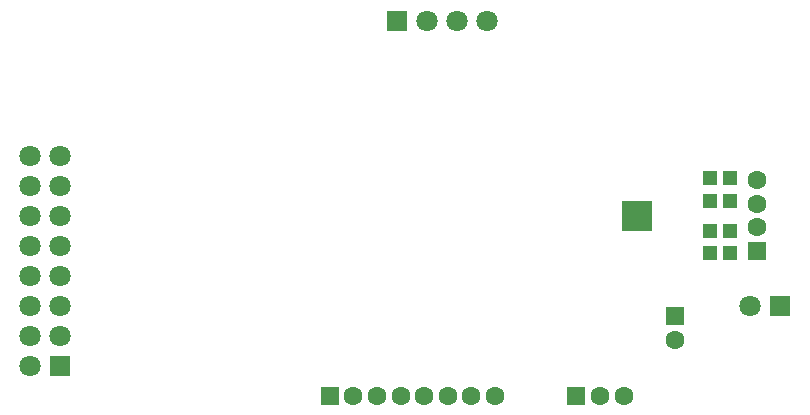
<source format=gbs>
G04 #@! TF.GenerationSoftware,KiCad,Pcbnew,5.0.0-fee4fd1~65~ubuntu17.10.1*
G04 #@! TF.CreationDate,2018-10-29T14:10:20-04:00*
G04 #@! TF.ProjectId,daughterboard,6461756768746572626F6172642E6B69,rev?*
G04 #@! TF.SameCoordinates,Original*
G04 #@! TF.FileFunction,Soldermask,Bot*
G04 #@! TF.FilePolarity,Negative*
%FSLAX46Y46*%
G04 Gerber Fmt 4.6, Leading zero omitted, Abs format (unit mm)*
G04 Created by KiCad (PCBNEW 5.0.0-fee4fd1~65~ubuntu17.10.1) date Mon Oct 29 14:10:20 2018*
%MOMM*%
%LPD*%
G01*
G04 APERTURE LIST*
%ADD10C,1.603200*%
%ADD11R,1.603200X1.603200*%
%ADD12R,1.803200X1.803200*%
%ADD13C,1.803200*%
%ADD14R,2.603200X2.603200*%
%ADD15R,1.303200X1.203200*%
G04 APERTURE END LIST*
D10*
G04 #@! TO.C,J7*
X208915000Y-104505000D03*
D11*
X208915000Y-102505000D03*
G04 #@! TD*
G04 #@! TO.C,J1*
X200565000Y-109220000D03*
D10*
X202565000Y-109220000D03*
X204565000Y-109220000D03*
G04 #@! TD*
D11*
G04 #@! TO.C,J2*
X179690000Y-109220000D03*
D10*
X181690000Y-109220000D03*
X183690000Y-109220000D03*
X185690000Y-109220000D03*
X187690000Y-109220000D03*
X189690000Y-109220000D03*
X191690000Y-109220000D03*
X193690000Y-109220000D03*
G04 #@! TD*
D11*
G04 #@! TO.C,J3*
X215900000Y-96980000D03*
D10*
X215900000Y-94980000D03*
X215900000Y-92980000D03*
X215900000Y-90980000D03*
G04 #@! TD*
D12*
G04 #@! TO.C,J5*
X185420000Y-77470000D03*
D13*
X187960000Y-77470000D03*
X190500000Y-77470000D03*
X193040000Y-77470000D03*
G04 #@! TD*
D12*
G04 #@! TO.C,J4*
X156845000Y-106680000D03*
D13*
X154305000Y-106680000D03*
X156845000Y-104140000D03*
X154305000Y-104140000D03*
X156845000Y-101600000D03*
X154305000Y-101600000D03*
X156845000Y-99060000D03*
X154305000Y-99060000D03*
X156845000Y-96520000D03*
X154305000Y-96520000D03*
X156845000Y-93980000D03*
X154305000Y-93980000D03*
X156845000Y-91440000D03*
X154305000Y-91440000D03*
X156845000Y-88900000D03*
X154305000Y-88900000D03*
G04 #@! TD*
D14*
G04 #@! TO.C,U4*
X205740000Y-93980000D03*
G04 #@! TD*
D12*
G04 #@! TO.C,J6*
X217805000Y-101600000D03*
D13*
X215265000Y-101600000D03*
G04 #@! TD*
D15*
G04 #@! TO.C,C31*
X213575000Y-97155000D03*
X211875000Y-97155000D03*
G04 #@! TD*
G04 #@! TO.C,C32*
X211875000Y-90805000D03*
X213575000Y-90805000D03*
G04 #@! TD*
G04 #@! TO.C,C33*
X211875000Y-95250000D03*
X213575000Y-95250000D03*
G04 #@! TD*
G04 #@! TO.C,C34*
X213575000Y-92710000D03*
X211875000Y-92710000D03*
G04 #@! TD*
M02*

</source>
